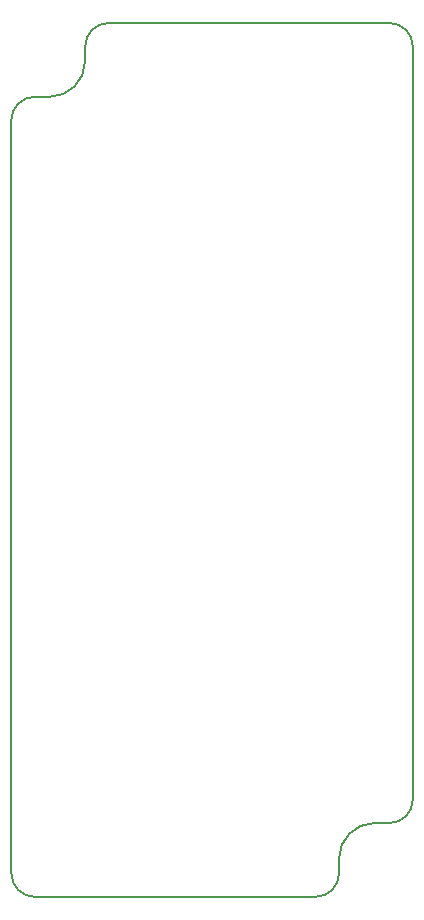
<source format=gbr>
G04 #@! TF.GenerationSoftware,KiCad,Pcbnew,(5.1.2)-1*
G04 #@! TF.CreationDate,2019-07-28T17:54:04+02:00*
G04 #@! TF.ProjectId,qqv11,71717631-312e-46b6-9963-61645f706362,rev?*
G04 #@! TF.SameCoordinates,Original*
G04 #@! TF.FileFunction,Profile,NP*
%FSLAX46Y46*%
G04 Gerber Fmt 4.6, Leading zero omitted, Abs format (unit mm)*
G04 Created by KiCad (PCBNEW (5.1.2)-1) date 2019-07-28 17:54:04*
%MOMM*%
%LPD*%
G04 APERTURE LIST*
%ADD10C,0.200000*%
G04 APERTURE END LIST*
D10*
X128000000Y-121750000D02*
G75*
G02X126000000Y-123750000I-2000000J0D01*
G01*
X121750000Y-128000000D02*
G75*
G02X119750000Y-130000000I-2000000J0D01*
G01*
X94000000Y-128000000D02*
G75*
G03X96000000Y-130000000I2000000J0D01*
G01*
X102250000Y-56000000D02*
G75*
G03X100250000Y-58000000I0J-2000000D01*
G01*
X96000000Y-62250000D02*
G75*
G03X94000000Y-64250000I0J-2000000D01*
G01*
X128000000Y-58000000D02*
G75*
G03X126000000Y-56000000I-2000000J0D01*
G01*
X100250000Y-59250000D02*
X100250000Y-58000000D01*
X96000000Y-62250000D02*
X97250000Y-62250000D01*
X97250000Y-62250000D02*
G75*
G03X100250000Y-59250000I0J3000000D01*
G01*
X126000000Y-123750000D02*
X124750000Y-123750000D01*
X121750000Y-128000000D02*
X121750000Y-126750000D01*
X121750000Y-126750000D02*
G75*
G02X124750000Y-123750000I3000000J0D01*
G01*
X96000000Y-130000000D02*
X119750000Y-130000000D01*
X94000000Y-64250000D02*
X94000000Y-128000000D01*
X128000000Y-58000000D02*
X128000000Y-121750000D01*
X102250000Y-56000000D02*
X126000000Y-56000000D01*
M02*

</source>
